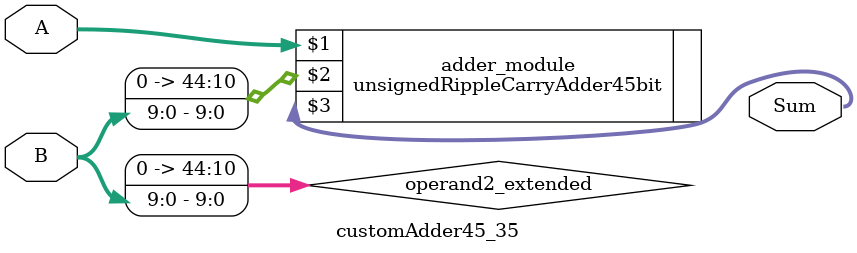
<source format=v>
module customAdder45_35(
                        input [44 : 0] A,
                        input [9 : 0] B,
                        
                        output [45 : 0] Sum
                );

        wire [44 : 0] operand2_extended;
        
        assign operand2_extended =  {35'b0, B};
        
        unsignedRippleCarryAdder45bit adder_module(
            A,
            operand2_extended,
            Sum
        );
        
        endmodule
        
</source>
